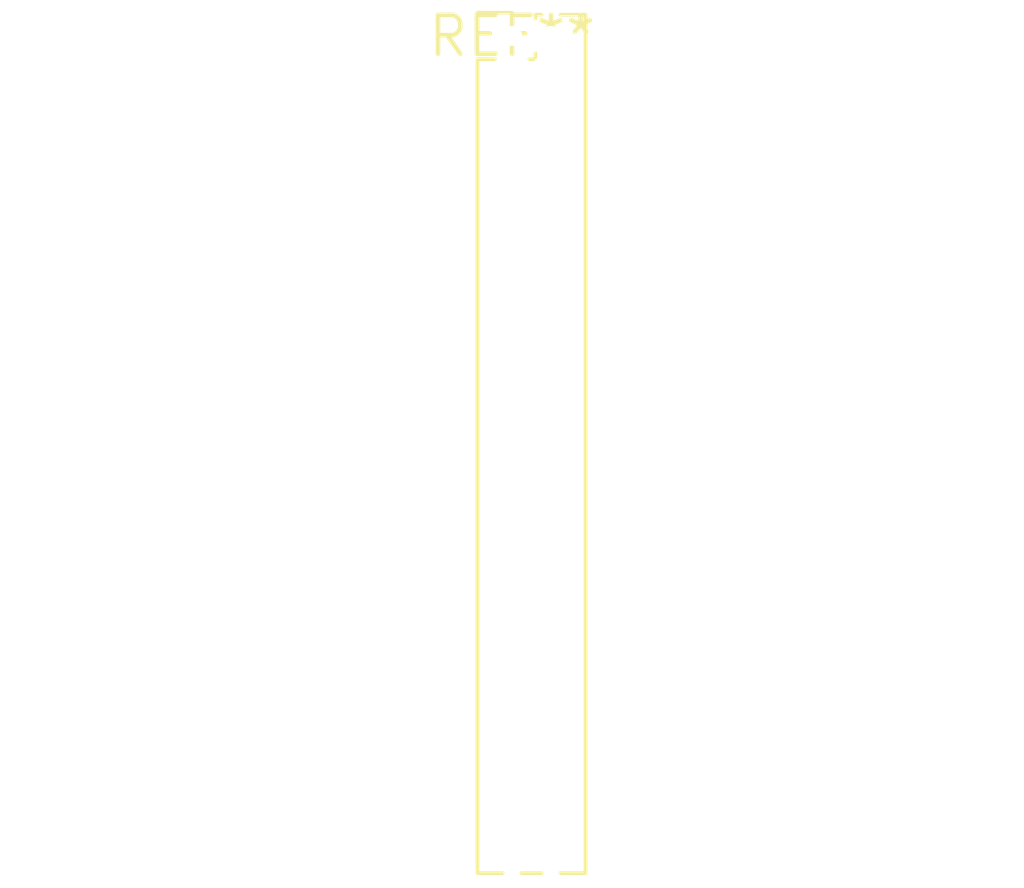
<source format=kicad_pcb>
(kicad_pcb (version 20240108) (generator pcbnew)
  (layers (0 "F.Cu" signal) (31 "B.Cu" signal) (34 "B.Paste" user) (35 "F.Paste" user) (36 "B.SilkS" user "B.Silkscreen") (37 "F.SilkS" user "F.Silkscreen") (38 "B.Mask" user) (39 "F.Mask" user) (44 "Edge.Cuts" user))
  (net 0 "")
  (footprint "PinHeader_2x22_P1.27mm_Vertical" (layer "F.Cu") (at 0 0)
    (property "Reference" "REF**")
    (property "Value" "PinHeader_2x22_P1.27mm_Vertical")
    (fp_line (start -1.13 -0.76) (end 0 -0.76) (layer "F.SilkS") (stroke (width 0.12)))
    (fp_line (start -1.13 0) (end -1.13 -0.76) (layer "F.SilkS") (stroke (width 0.12)))
    (fp_line (start -1.13 0.76) (end -1.13 27.365) (layer "F.SilkS") (stroke (width 0.12)))
    (fp_line (start -1.13 0.76) (end -0.563471 0.76) (layer "F.SilkS") (stroke (width 0.12)))
    (fp_line (start -1.13 27.365) (end -0.30753 27.365) (layer "F.SilkS") (stroke (width 0.12)))
    (fp_line (start 0.30753 27.365) (end 0.96247 27.365) (layer "F.SilkS") (stroke (width 0.12)))
    (fp_line (start 0.563471 0.76) (end 0.706529 0.76) (layer "F.SilkS") (stroke (width 0.12)))
    (fp_line (start 0.76 -0.695) (end 0.96247 -0.695) (layer "F.SilkS") (stroke (width 0.12)))
    (fp_line (start 0.76 -0.563471) (end 0.76 -0.695) (layer "F.SilkS") (stroke (width 0.12)))
    (fp_line (start 0.76 0.706529) (end 0.76 0.563471) (layer "F.SilkS") (stroke (width 0.12)))
    (fp_line (start 1.57753 -0.695) (end 2.4 -0.695) (layer "F.SilkS") (stroke (width 0.12)))
    (fp_line (start 1.57753 27.365) (end 2.4 27.365) (layer "F.SilkS") (stroke (width 0.12)))
    (fp_line (start 2.4 -0.695) (end 2.4 27.365) (layer "F.SilkS") (stroke (width 0.12)))
    (pad "1" thru_hole rect (at 0 0) (size 1 1) (drill 0.65) (layers *.Cu *.Mask) (remove_unused_layers))
    (pad "2" thru_hole oval (at 1.27 0) (size 1 1) (drill 0.65) (layers *.Cu *.Mask) (remove_unused_layers))
    (pad "3" thru_hole oval (at 0 1.27) (size 1 1) (drill 0.65) (layers *.Cu *.Mask) (remove_unused_layers))
    (pad "4" thru_hole oval (at 1.27 1.27) (size 1 1) (drill 0.65) (layers *.Cu *.Mask) (remove_unused_layers))
    (pad "5" thru_hole oval (at 0 2.54) (size 1 1) (drill 0.65) (layers *.Cu *.Mask) (remove_unused_layers))
    (pad "6" thru_hole oval (at 1.27 2.54) (size 1 1) (drill 0.65) (layers *.Cu *.Mask) (remove_unused_layers))
    (pad "7" thru_hole oval (at 0 3.81) (size 1 1) (drill 0.65) (layers *.Cu *.Mask) (remove_unused_layers))
    (pad "8" thru_hole oval (at 1.27 3.81) (size 1 1) (drill 0.65) (layers *.Cu *.Mask) (remove_unused_layers))
    (pad "9" thru_hole oval (at 0 5.08) (size 1 1) (drill 0.65) (layers *.Cu *.Mask) (remove_unused_layers))
    (pad "10" thru_hole oval (at 1.27 5.08) (size 1 1) (drill 0.65) (layers *.Cu *.Mask) (remove_unused_layers))
    (pad "11" thru_hole oval (at 0 6.35) (size 1 1) (drill 0.65) (layers *.Cu *.Mask) (remove_unused_layers))
    (pad "12" thru_hole oval (at 1.27 6.35) (size 1 1) (drill 0.65) (layers *.Cu *.Mask) (remove_unused_layers))
    (pad "13" thru_hole oval (at 0 7.62) (size 1 1) (drill 0.65) (layers *.Cu *.Mask) (remove_unused_layers))
    (pad "14" thru_hole oval (at 1.27 7.62) (size 1 1) (drill 0.65) (layers *.Cu *.Mask) (remove_unused_layers))
    (pad "15" thru_hole oval (at 0 8.89) (size 1 1) (drill 0.65) (layers *.Cu *.Mask) (remove_unused_layers))
    (pad "16" thru_hole oval (at 1.27 8.89) (size 1 1) (drill 0.65) (layers *.Cu *.Mask) (remove_unused_layers))
    (pad "17" thru_hole oval (at 0 10.16) (size 1 1) (drill 0.65) (layers *.Cu *.Mask) (remove_unused_layers))
    (pad "18" thru_hole oval (at 1.27 10.16) (size 1 1) (drill 0.65) (layers *.Cu *.Mask) (remove_unused_layers))
    (pad "19" thru_hole oval (at 0 11.43) (size 1 1) (drill 0.65) (layers *.Cu *.Mask) (remove_unused_layers))
    (pad "20" thru_hole oval (at 1.27 11.43) (size 1 1) (drill 0.65) (layers *.Cu *.Mask) (remove_unused_layers))
    (pad "21" thru_hole oval (at 0 12.7) (size 1 1) (drill 0.65) (layers *.Cu *.Mask) (remove_unused_layers))
    (pad "22" thru_hole oval (at 1.27 12.7) (size 1 1) (drill 0.65) (layers *.Cu *.Mask) (remove_unused_layers))
    (pad "23" thru_hole oval (at 0 13.97) (size 1 1) (drill 0.65) (layers *.Cu *.Mask) (remove_unused_layers))
    (pad "24" thru_hole oval (at 1.27 13.97) (size 1 1) (drill 0.65) (layers *.Cu *.Mask) (remove_unused_layers))
    (pad "25" thru_hole oval (at 0 15.24) (size 1 1) (drill 0.65) (layers *.Cu *.Mask) (remove_unused_layers))
    (pad "26" thru_hole oval (at 1.27 15.24) (size 1 1) (drill 0.65) (layers *.Cu *.Mask) (remove_unused_layers))
    (pad "27" thru_hole oval (at 0 16.51) (size 1 1) (drill 0.65) (layers *.Cu *.Mask) (remove_unused_layers))
    (pad "28" thru_hole oval (at 1.27 16.51) (size 1 1) (drill 0.65) (layers *.Cu *.Mask) (remove_unused_layers))
    (pad "29" thru_hole oval (at 0 17.78) (size 1 1) (drill 0.65) (layers *.Cu *.Mask) (remove_unused_layers))
    (pad "30" thru_hole oval (at 1.27 17.78) (size 1 1) (drill 0.65) (layers *.Cu *.Mask) (remove_unused_layers))
    (pad "31" thru_hole oval (at 0 19.05) (size 1 1) (drill 0.65) (layers *.Cu *.Mask) (remove_unused_layers))
    (pad "32" thru_hole oval (at 1.27 19.05) (size 1 1) (drill 0.65) (layers *.Cu *.Mask) (remove_unused_layers))
    (pad "33" thru_hole oval (at 0 20.32) (size 1 1) (drill 0.65) (layers *.Cu *.Mask) (remove_unused_layers))
    (pad "34" thru_hole oval (at 1.27 20.32) (size 1 1) (drill 0.65) (layers *.Cu *.Mask) (remove_unused_layers))
    (pad "35" thru_hole oval (at 0 21.59) (size 1 1) (drill 0.65) (layers *.Cu *.Mask) (remove_unused_layers))
    (pad "36" thru_hole oval (at 1.27 21.59) (size 1 1) (drill 0.65) (layers *.Cu *.Mask) (remove_unused_layers))
    (pad "37" thru_hole oval (at 0 22.86) (size 1 1) (drill 0.65) (layers *.Cu *.Mask) (remove_unused_layers))
    (pad "38" thru_hole oval (at 1.27 22.86) (size 1 1) (drill 0.65) (layers *.Cu *.Mask) (remove_unused_layers))
    (pad "39" thru_hole oval (at 0 24.13) (size 1 1) (drill 0.65) (layers *.Cu *.Mask) (remove_unused_layers))
    (pad "40" thru_hole oval (at 1.27 24.13) (size 1 1) (drill 0.65) (layers *.Cu *.Mask) (remove_unused_layers))
    (pad "41" thru_hole oval (at 0 25.4) (size 1 1) (drill 0.65) (layers *.Cu *.Mask) (remove_unused_layers))
    (pad "42" thru_hole oval (at 1.27 25.4) (size 1 1) (drill 0.65) (layers *.Cu *.Mask) (remove_unused_layers))
    (pad "43" thru_hole oval (at 0 26.67) (size 1 1) (drill 0.65) (layers *.Cu *.Mask) (remove_unused_layers))
    (pad "44" thru_hole oval (at 1.27 26.67) (size 1 1) (drill 0.65) (layers *.Cu *.Mask) (remove_unused_layers))
  )
)
</source>
